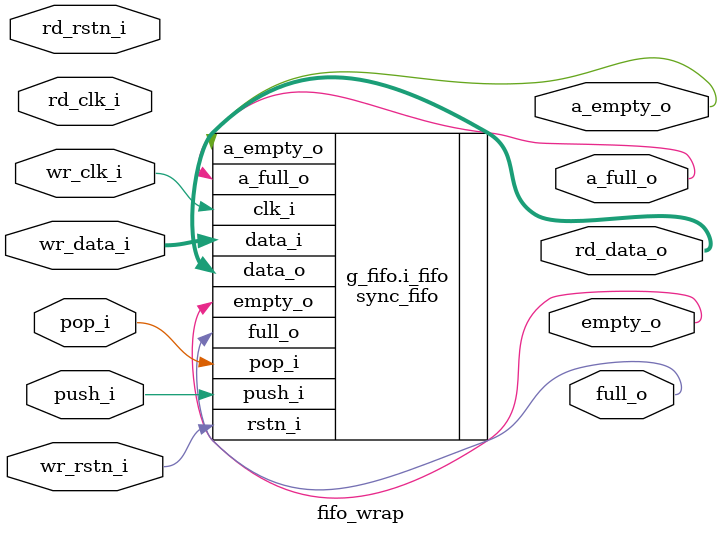
<source format=sv>
/* verilator lint_off TIMESCALEMOD */
module fifo_wrap #(
    parameter int FIFO_WIDTH  = 32,
    parameter int FIFO_DEPTH  = 128,
    parameter int CDC_REG_NUM = 2,
    parameter     RAM_STYLE   = "distributed",
    parameter     FIFO_MODE   = "sync"
) (
    input logic                  wr_clk_i,
    input logic                  wr_rstn_i,
    input logic [FIFO_WIDTH-1:0] wr_data_i,

    input  logic                  rd_clk_i,
    input  logic                  rd_rstn_i,
    output logic [FIFO_WIDTH-1:0] rd_data_o,

    input logic push_i,
    input logic pop_i,

    output logic a_full_o,
    output logic full_o,
    output logic a_empty_o,
    output logic empty_o
);

    if (FIFO_MODE == "sync") begin : g_fifo
        sync_fifo #(
            .FIFO_WIDTH(FIFO_WIDTH),
            .FIFO_DEPTH(FIFO_DEPTH),
            .RAM_STYLE (RAM_STYLE)
        ) i_fifo (
            .clk_i    (wr_clk_i),
            .rstn_i   (wr_rstn_i),
            .data_i   (wr_data_i),
            .data_o   (rd_data_o),
            .push_i   (push_i),
            .pop_i    (pop_i),
            .empty_o  (empty_o),
            .full_o   (full_o),
            .a_empty_o(a_empty_o),
            .a_full_o (a_full_o)
        );
    end else if (FIFO_MODE == "async") begin : g_fifo
        async_fifo #(
            .FIFO_WIDTH (FIFO_WIDTH),
            .FIFO_DEPTH (FIFO_DEPTH),
            .CDC_REG_NUM(CDC_REG_NUM),
            .RAM_STYLE  (RAM_STYLE)
        ) i_fifo (
            .wr_clk_i (wr_clk_i),
            .wr_rstn_i(wr_rstn_i),
            .wr_data_i(wr_data_i),
            .rd_clk_i (rd_clk_i),
            .rd_rstn_i(rd_rstn_i),
            .rd_data_o(rd_data_o),
            .push_i   (push),
            .pop_i    (pop),
            .empty_o  (empty),
            .full_o   (full),
            .a_empty_o(a_empty_o),
            .a_full_o (a_full_o)
        );
    end else begin : g_fifo
        $error("Only sync or async FIFO_MODE is available!");
    end
endmodule

</source>
